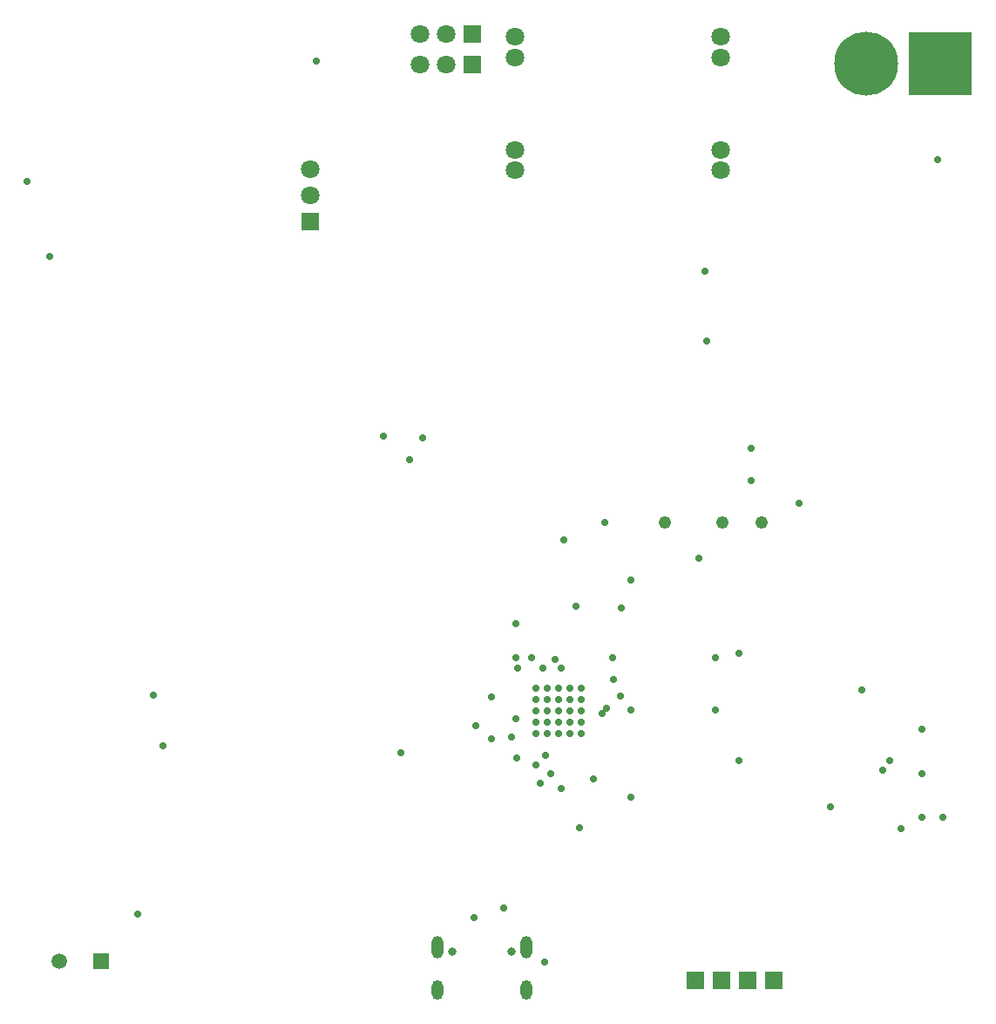
<source format=gbs>
G04*
G04 #@! TF.GenerationSoftware,Altium Limited,Altium Designer,25.0.2 (28)*
G04*
G04 Layer_Color=16711935*
%FSLAX44Y44*%
%MOMM*%
G71*
G04*
G04 #@! TF.SameCoordinates,E8353DEC-B648-43D7-BF79-564EE0BAD765*
G04*
G04*
G04 #@! TF.FilePolarity,Negative*
G04*
G01*
G75*
%ADD88C,1.8000*%
%ADD89R,1.5112X1.5112*%
%ADD90C,1.5112*%
%ADD91R,1.7272X1.7272*%
%ADD92O,1.1032X1.9032*%
%ADD93O,1.1032X2.2032*%
%ADD94C,0.8032*%
%ADD95R,6.2032X6.2032*%
%ADD96C,6.2032*%
%ADD97R,1.8000X1.8000*%
%ADD98R,1.8000X1.8000*%
%ADD99C,0.7112*%
%ADD100C,1.2192*%
%ADD101C,0.7032*%
D88*
X1009040Y1121410D02*
D03*
Y1101410D02*
D03*
Y1231410D02*
D03*
Y1211410D02*
D03*
X1209040Y1231410D02*
D03*
Y1211410D02*
D03*
Y1121410D02*
D03*
Y1101410D02*
D03*
X942160Y1204190D02*
D03*
X916760D02*
D03*
X942160Y1234190D02*
D03*
X916760D02*
D03*
X810260Y1076960D02*
D03*
Y1102360D02*
D03*
D89*
X606740Y334010D02*
D03*
D90*
X566740D02*
D03*
D91*
X1235250Y315650D02*
D03*
D03*
X1184482Y315618D02*
D03*
D03*
X1209882D02*
D03*
X1260650Y315650D02*
D03*
D92*
X1020190Y306100D02*
D03*
X933690D02*
D03*
D93*
X1020190Y347800D02*
D03*
X933690D02*
D03*
D94*
X1005840Y342900D02*
D03*
X948040D02*
D03*
D95*
X1422400Y1205230D02*
D03*
D96*
X1350400D02*
D03*
D97*
X967560Y1204190D02*
D03*
Y1234190D02*
D03*
D98*
X810260Y1051560D02*
D03*
D99*
X986680Y590186D02*
D03*
X971509Y562268D02*
D03*
X816277Y1207920D02*
D03*
X557082Y1018346D02*
D03*
X1112520Y676910D02*
D03*
X1346200Y597154D02*
D03*
X1203960Y577850D02*
D03*
X1226566Y632460D02*
D03*
Y528574D02*
D03*
X1187450Y725170D02*
D03*
X1195070Y935990D02*
D03*
X969440Y376174D02*
D03*
X657860Y591820D02*
D03*
X1005840Y551180D02*
D03*
X1010920Y530860D02*
D03*
X1029194Y524510D02*
D03*
X1085469Y510794D02*
D03*
X1043940Y515620D02*
D03*
X1372870Y528574D02*
D03*
X1039020Y533400D02*
D03*
X1121918Y578104D02*
D03*
X1203960Y628650D02*
D03*
X1010394Y661144D02*
D03*
Y628124D02*
D03*
X667052Y543306D02*
D03*
X897890Y536194D02*
D03*
X1011936Y618744D02*
D03*
X1104900Y607060D02*
D03*
X1071880Y463550D02*
D03*
X642620Y379730D02*
D03*
X998220Y385826D02*
D03*
X906526Y820420D02*
D03*
X1056894Y742950D02*
D03*
X1121918Y703580D02*
D03*
Y492887D02*
D03*
X1404620Y559054D02*
D03*
X881380Y843280D02*
D03*
X1068324Y678180D02*
D03*
X919480Y842010D02*
D03*
X1024890Y628650D02*
D03*
X1404620Y473710D02*
D03*
X1285494Y778510D02*
D03*
X1009650Y568960D02*
D03*
X986282Y549402D02*
D03*
X1404874Y515620D02*
D03*
X1424940Y473710D02*
D03*
X1384554Y462280D02*
D03*
X1036508Y617982D02*
D03*
X1194054Y1003300D02*
D03*
X1238504Y831850D02*
D03*
Y800100D02*
D03*
X1037590Y332740D02*
D03*
X1419860Y1111758D02*
D03*
X1366370Y519684D02*
D03*
X1034020Y506763D02*
D03*
X1315720Y483918D02*
D03*
X1093470Y574120D02*
D03*
X1111758Y591074D02*
D03*
X1054020Y618664D02*
D03*
X1096264Y759460D02*
D03*
X535432Y1090930D02*
D03*
X1047750Y627126D02*
D03*
X1104427Y628396D02*
D03*
X1098296Y579374D02*
D03*
X1054100Y501824D02*
D03*
D100*
X1248410Y759460D02*
D03*
X1210310D02*
D03*
X1154430D02*
D03*
D101*
X1029520Y598620D02*
D03*
X1040520D02*
D03*
X1051520D02*
D03*
X1062520D02*
D03*
X1073520D02*
D03*
X1029520Y587620D02*
D03*
X1040520D02*
D03*
X1051520D02*
D03*
X1062520D02*
D03*
X1073520D02*
D03*
X1029520Y576620D02*
D03*
X1040520D02*
D03*
X1051520D02*
D03*
X1062520D02*
D03*
X1073520D02*
D03*
X1029520Y565620D02*
D03*
X1040520D02*
D03*
X1051520D02*
D03*
X1062520D02*
D03*
X1073520D02*
D03*
X1029520Y554620D02*
D03*
X1040520D02*
D03*
X1051520D02*
D03*
X1062520D02*
D03*
X1073520D02*
D03*
M02*

</source>
